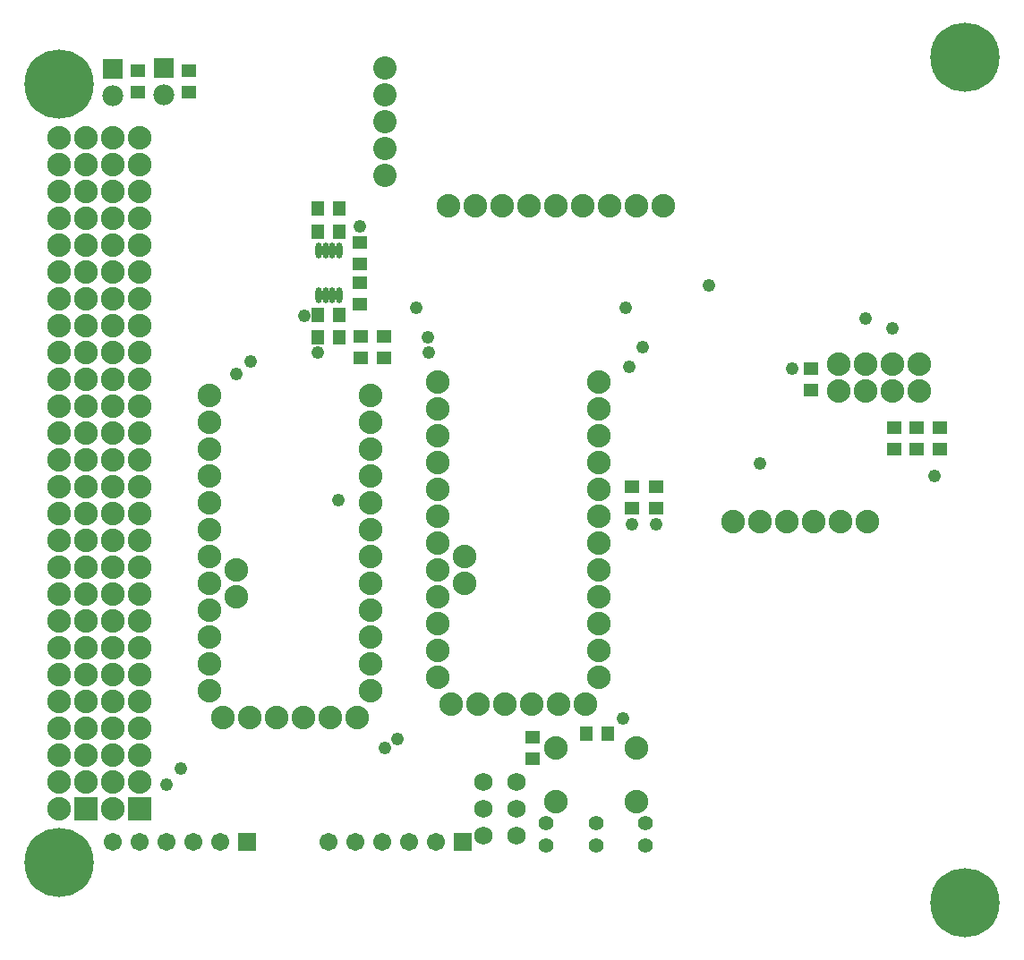
<source format=gts>
G04 Layer_Color=8388736*
%FSLAX25Y25*%
%MOIN*%
G70*
G01*
G75*
%ADD33R,0.05800X0.04800*%
%ADD34R,0.04800X0.05800*%
%ADD35O,0.02375X0.05918*%
%ADD36C,0.08800*%
%ADD37C,0.08674*%
%ADD38C,0.06706*%
%ADD39R,0.06706X0.06706*%
%ADD40C,0.07800*%
%ADD41R,0.07800X0.07800*%
%ADD42C,0.06800*%
%ADD43C,0.05524*%
%ADD44R,0.08800X0.08800*%
%ADD45C,0.25800*%
%ADD46C,0.04800*%
D33*
X-181000Y81500D02*
D03*
Y73500D02*
D03*
X-144000Y175000D02*
D03*
Y167000D02*
D03*
X-135000Y175000D02*
D03*
Y167000D02*
D03*
X-309000Y322000D02*
D03*
Y330000D02*
D03*
X-328000Y322000D02*
D03*
Y330000D02*
D03*
X-245500Y258000D02*
D03*
Y266000D02*
D03*
Y251000D02*
D03*
Y243000D02*
D03*
X-29500Y197000D02*
D03*
Y189000D02*
D03*
X-38000Y197000D02*
D03*
Y189000D02*
D03*
X-46500Y197000D02*
D03*
Y189000D02*
D03*
X-77500Y211000D02*
D03*
Y219000D02*
D03*
X-236500Y231000D02*
D03*
Y223000D02*
D03*
X-245000Y231000D02*
D03*
Y223000D02*
D03*
D34*
X-161000Y83000D02*
D03*
X-153000D02*
D03*
X-261000Y270000D02*
D03*
X-253000D02*
D03*
X-261000Y278500D02*
D03*
X-253000D02*
D03*
Y239000D02*
D03*
X-261000D02*
D03*
X-253000Y230500D02*
D03*
X-261000D02*
D03*
D35*
X-260839Y246232D02*
D03*
Y262768D02*
D03*
X-258279D02*
D03*
X-253161Y246232D02*
D03*
X-258279D02*
D03*
X-255720D02*
D03*
Y262768D02*
D03*
X-253161D02*
D03*
D36*
X-67000Y210500D02*
D03*
Y220500D02*
D03*
X-57000D02*
D03*
Y210500D02*
D03*
X-47000D02*
D03*
Y220500D02*
D03*
X-37000Y210500D02*
D03*
Y220500D02*
D03*
X-106500Y162000D02*
D03*
X-96500D02*
D03*
X-86500D02*
D03*
X-76500D02*
D03*
X-56500D02*
D03*
X-66500D02*
D03*
X-212500Y279500D02*
D03*
X-192500D02*
D03*
X-202500D02*
D03*
X-142500D02*
D03*
X-132500D02*
D03*
X-172500D02*
D03*
X-182500D02*
D03*
X-152500D02*
D03*
X-162500D02*
D03*
X-301500Y109000D02*
D03*
Y99000D02*
D03*
Y119000D02*
D03*
X-296500Y89000D02*
D03*
X-301500Y129000D02*
D03*
X-291500Y134000D02*
D03*
X-301500Y139000D02*
D03*
Y159000D02*
D03*
Y149000D02*
D03*
Y179000D02*
D03*
Y169000D02*
D03*
Y189000D02*
D03*
X-291500Y144000D02*
D03*
X-301500Y199000D02*
D03*
Y209000D02*
D03*
X-286500Y89000D02*
D03*
X-276500D02*
D03*
X-266500D02*
D03*
X-256500D02*
D03*
X-246500D02*
D03*
X-241500Y99000D02*
D03*
Y109000D02*
D03*
Y179000D02*
D03*
Y169000D02*
D03*
Y209000D02*
D03*
Y189000D02*
D03*
Y199000D02*
D03*
Y129000D02*
D03*
Y119000D02*
D03*
Y159000D02*
D03*
Y139000D02*
D03*
Y149000D02*
D03*
X-216500Y114000D02*
D03*
Y104000D02*
D03*
Y124000D02*
D03*
X-211500Y94000D02*
D03*
X-216500Y134000D02*
D03*
X-206500Y139000D02*
D03*
X-216500Y144000D02*
D03*
Y164000D02*
D03*
Y154000D02*
D03*
Y184000D02*
D03*
Y174000D02*
D03*
Y194000D02*
D03*
X-206500Y149000D02*
D03*
X-216500Y204000D02*
D03*
Y214000D02*
D03*
X-201500Y94000D02*
D03*
X-191500D02*
D03*
X-181500D02*
D03*
X-171500D02*
D03*
X-161500D02*
D03*
X-156500Y104000D02*
D03*
Y114000D02*
D03*
Y184000D02*
D03*
Y174000D02*
D03*
Y214000D02*
D03*
Y194000D02*
D03*
Y204000D02*
D03*
Y134000D02*
D03*
Y124000D02*
D03*
Y164000D02*
D03*
Y144000D02*
D03*
Y154000D02*
D03*
X-142500Y77500D02*
D03*
Y57500D02*
D03*
X-172500Y77500D02*
D03*
Y57500D02*
D03*
X-357500Y125000D02*
D03*
Y105000D02*
D03*
Y115000D02*
D03*
Y155000D02*
D03*
Y165000D02*
D03*
Y135000D02*
D03*
Y145000D02*
D03*
Y65000D02*
D03*
Y55000D02*
D03*
Y95000D02*
D03*
Y75000D02*
D03*
Y85000D02*
D03*
Y195000D02*
D03*
Y175000D02*
D03*
Y185000D02*
D03*
Y225000D02*
D03*
Y235000D02*
D03*
Y205000D02*
D03*
Y215000D02*
D03*
Y265000D02*
D03*
Y275000D02*
D03*
Y245000D02*
D03*
Y255000D02*
D03*
Y285000D02*
D03*
Y295000D02*
D03*
Y305000D02*
D03*
X-347500Y85000D02*
D03*
Y95000D02*
D03*
Y65000D02*
D03*
Y75000D02*
D03*
Y125000D02*
D03*
Y135000D02*
D03*
Y105000D02*
D03*
Y115000D02*
D03*
Y165000D02*
D03*
Y175000D02*
D03*
Y145000D02*
D03*
Y155000D02*
D03*
Y215000D02*
D03*
Y185000D02*
D03*
Y195000D02*
D03*
Y235000D02*
D03*
Y225000D02*
D03*
Y255000D02*
D03*
Y265000D02*
D03*
Y205000D02*
D03*
Y245000D02*
D03*
Y295000D02*
D03*
Y305000D02*
D03*
Y275000D02*
D03*
Y285000D02*
D03*
X-337500Y125000D02*
D03*
Y105000D02*
D03*
Y115000D02*
D03*
Y155000D02*
D03*
Y165000D02*
D03*
Y135000D02*
D03*
Y145000D02*
D03*
Y65000D02*
D03*
Y55000D02*
D03*
Y95000D02*
D03*
Y75000D02*
D03*
Y85000D02*
D03*
Y195000D02*
D03*
Y175000D02*
D03*
Y185000D02*
D03*
Y225000D02*
D03*
Y235000D02*
D03*
Y205000D02*
D03*
Y215000D02*
D03*
Y265000D02*
D03*
Y275000D02*
D03*
Y245000D02*
D03*
Y255000D02*
D03*
Y285000D02*
D03*
Y295000D02*
D03*
Y305000D02*
D03*
X-327500Y85000D02*
D03*
Y95000D02*
D03*
Y65000D02*
D03*
Y75000D02*
D03*
Y125000D02*
D03*
Y135000D02*
D03*
Y105000D02*
D03*
Y115000D02*
D03*
Y165000D02*
D03*
Y175000D02*
D03*
Y145000D02*
D03*
Y155000D02*
D03*
Y215000D02*
D03*
Y185000D02*
D03*
Y195000D02*
D03*
Y235000D02*
D03*
Y225000D02*
D03*
Y255000D02*
D03*
Y265000D02*
D03*
Y205000D02*
D03*
Y245000D02*
D03*
Y295000D02*
D03*
Y305000D02*
D03*
Y275000D02*
D03*
Y285000D02*
D03*
D37*
X-236000Y311000D02*
D03*
Y291000D02*
D03*
Y331000D02*
D03*
Y301000D02*
D03*
Y321000D02*
D03*
D38*
X-257000Y42500D02*
D03*
X-247000D02*
D03*
X-237000D02*
D03*
X-217000D02*
D03*
X-227000D02*
D03*
X-337500D02*
D03*
X-327500D02*
D03*
X-317500D02*
D03*
X-297500D02*
D03*
X-307500D02*
D03*
D39*
X-207000D02*
D03*
X-287500D02*
D03*
D40*
X-337500Y320500D02*
D03*
X-318500Y321000D02*
D03*
D41*
X-337500Y330500D02*
D03*
X-318500Y331000D02*
D03*
D42*
X-187000Y65000D02*
D03*
Y55000D02*
D03*
Y45000D02*
D03*
X-199500Y65000D02*
D03*
Y55000D02*
D03*
Y45000D02*
D03*
D43*
X-139000Y41232D02*
D03*
Y49500D02*
D03*
X-157500Y41232D02*
D03*
Y49500D02*
D03*
X-176000Y41232D02*
D03*
Y49500D02*
D03*
D44*
X-347500Y55000D02*
D03*
X-327500D02*
D03*
D45*
X-20000Y20000D02*
D03*
Y335000D02*
D03*
X-357500Y325000D02*
D03*
Y35000D02*
D03*
D46*
Y44500D02*
D03*
Y25500D02*
D03*
X-365500Y40000D02*
D03*
Y30000D02*
D03*
X-349500Y40000D02*
D03*
Y30000D02*
D03*
X-12000Y15000D02*
D03*
Y25000D02*
D03*
X-28000Y15000D02*
D03*
Y25000D02*
D03*
X-20000Y10500D02*
D03*
Y29500D02*
D03*
X-349500Y320000D02*
D03*
Y330000D02*
D03*
X-365500Y320000D02*
D03*
Y330000D02*
D03*
X-357500Y315500D02*
D03*
Y334500D02*
D03*
X-12000Y330000D02*
D03*
Y340000D02*
D03*
X-28000Y330000D02*
D03*
Y340000D02*
D03*
X-20000Y325500D02*
D03*
Y344500D02*
D03*
X-145000Y219500D02*
D03*
X-140000Y227000D02*
D03*
X-47000Y234000D02*
D03*
X-84500Y219000D02*
D03*
X-245500Y272000D02*
D03*
X-266000Y238500D02*
D03*
X-261000Y225000D02*
D03*
X-286000Y221500D02*
D03*
X-291500Y217000D02*
D03*
X-219722Y225000D02*
D03*
X-220000Y230500D02*
D03*
X-312000Y70000D02*
D03*
X-317500Y64000D02*
D03*
X-236000Y77500D02*
D03*
X-231500Y81000D02*
D03*
X-147500Y88500D02*
D03*
X-96500Y183500D02*
D03*
X-31500Y179000D02*
D03*
X-144000Y161000D02*
D03*
X-135000D02*
D03*
X-57000Y237500D02*
D03*
X-115500Y250000D02*
D03*
X-146500Y241500D02*
D03*
X-224500D02*
D03*
X-253500Y170000D02*
D03*
M02*

</source>
